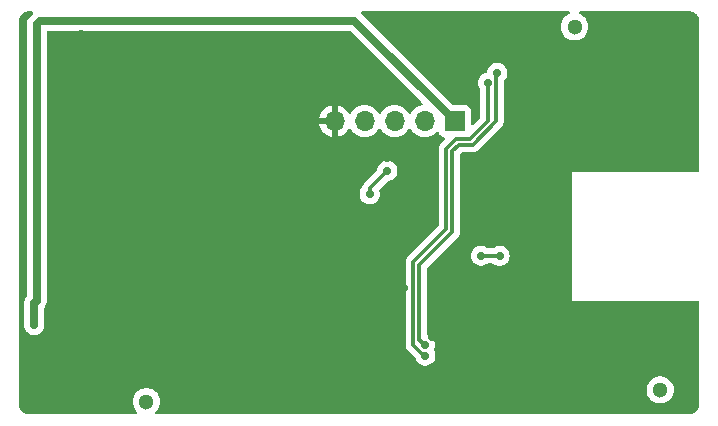
<source format=gbr>
%TF.GenerationSoftware,KiCad,Pcbnew,8.0.6*%
%TF.CreationDate,2024-11-26T20:51:27-05:00*%
%TF.ProjectId,pb_mobo_final,70625f6d-6f62-46f5-9f66-696e616c2e6b,rev?*%
%TF.SameCoordinates,Original*%
%TF.FileFunction,Copper,L2,Bot*%
%TF.FilePolarity,Positive*%
%FSLAX46Y46*%
G04 Gerber Fmt 4.6, Leading zero omitted, Abs format (unit mm)*
G04 Created by KiCad (PCBNEW 8.0.6) date 2024-11-26 20:51:27*
%MOMM*%
%LPD*%
G01*
G04 APERTURE LIST*
%TA.AperFunction,WasherPad*%
%ADD10C,1.300000*%
%TD*%
%TA.AperFunction,ComponentPad*%
%ADD11R,1.700000X1.700000*%
%TD*%
%TA.AperFunction,ComponentPad*%
%ADD12O,1.700000X1.700000*%
%TD*%
%TA.AperFunction,ViaPad*%
%ADD13C,0.700000*%
%TD*%
%TA.AperFunction,Conductor*%
%ADD14C,0.700000*%
%TD*%
%TA.AperFunction,Conductor*%
%ADD15C,0.300000*%
%TD*%
G04 APERTURE END LIST*
D10*
%TO.P,REF\u002A\u002A,*%
%TO.N,*%
X166000000Y-99250000D03*
%TD*%
%TO.P,REF\u002A\u002A,*%
%TO.N,*%
X202250000Y-67500000D03*
%TD*%
%TO.P,REF\u002A\u002A,*%
%TO.N,*%
X209500000Y-98250000D03*
%TD*%
D11*
%TO.P,J1,1,Pin_1*%
%TO.N,+3.3V*%
X192100000Y-75500000D03*
D12*
%TO.P,J1,2,Pin_2*%
%TO.N,Net-(J1-Pin_2)*%
X189560000Y-75500000D03*
%TO.P,J1,3,Pin_3*%
%TO.N,Net-(J1-Pin_3)*%
X187020000Y-75500000D03*
%TO.P,J1,4,Pin_4*%
%TO.N,SWO*%
X184480000Y-75500000D03*
%TO.P,J1,5,Pin_5*%
%TO.N,GND*%
X181940000Y-75500000D03*
%TD*%
D13*
%TO.N,GND*%
X201250000Y-96300000D03*
X208250000Y-73500000D03*
X191500000Y-72500000D03*
X184700000Y-88900000D03*
%TO.N,+3.3V*%
X186400000Y-79700000D03*
X184900000Y-81700000D03*
X156500000Y-92750000D03*
%TO.N,GND*%
X186375000Y-78600000D03*
%TO.N,RS_CLK*%
X195704987Y-71397507D03*
%TO.N,RS_DA*%
X194900000Y-72250000D03*
X189617351Y-95347508D03*
%TO.N,RS_CLK*%
X189554413Y-94449708D03*
%TO.N,GND*%
X190162719Y-93786407D03*
X157920000Y-77076000D03*
X209051070Y-68250003D03*
X209051070Y-75549997D03*
X160500000Y-68150006D03*
X160500000Y-75450000D03*
X177449997Y-95225000D03*
X170150003Y-95225000D03*
X177449997Y-84500000D03*
X170150003Y-84500000D03*
X161400000Y-70300000D03*
X166100000Y-88900000D03*
X166100000Y-88100000D03*
X172300000Y-81600000D03*
X192887616Y-78609845D03*
X172400000Y-92200000D03*
%TO.N,Net-(U1-PA6)*%
X194316311Y-86883969D03*
X195900000Y-86900000D03*
%TO.N,GND*%
X186985714Y-98785714D03*
X186900000Y-92600000D03*
X187000000Y-91700000D03*
X164700000Y-77600000D03*
X161000000Y-86700000D03*
X162000000Y-97200000D03*
X193200000Y-89100000D03*
X190800000Y-90900000D03*
X185300000Y-86000000D03*
X194880025Y-79880025D03*
X187817567Y-89598413D03*
X197800000Y-80900000D03*
X196300000Y-84900000D03*
X196800000Y-77700000D03*
X196500000Y-81900000D03*
X188000000Y-86250000D03*
X189900000Y-84300000D03*
X176874913Y-72838100D03*
X200800000Y-82000000D03*
X196800000Y-84100000D03*
X198300000Y-84000000D03*
X200800000Y-84300000D03*
X171593101Y-70563101D03*
X175450000Y-73993576D03*
X169993101Y-72463101D03*
%TD*%
D14*
%TO.N,+3.3V*%
X183600000Y-67000000D02*
X192100000Y-75500000D01*
X156700000Y-90700000D02*
X156700000Y-67300000D01*
X156500000Y-92750000D02*
X156500000Y-90900000D01*
X156500000Y-90900000D02*
X156700000Y-90700000D01*
X156700000Y-67300000D02*
X157000000Y-67000000D01*
X157000000Y-67000000D02*
X183600000Y-67000000D01*
D15*
%TO.N,RS_DA*%
X191400000Y-84600000D02*
X188600000Y-87400000D01*
X188600000Y-87400000D02*
X188600000Y-94485245D01*
X194900000Y-72250000D02*
X194900000Y-75500000D01*
X194900000Y-75500000D02*
X193414949Y-76985051D01*
X193414949Y-76985051D02*
X192235050Y-76985051D01*
X192235050Y-76985051D02*
X191400000Y-77820101D01*
X191400000Y-77820101D02*
X191400000Y-84600000D01*
X188600000Y-94485245D02*
X189462263Y-95347508D01*
X189462263Y-95347508D02*
X189617351Y-95347508D01*
%TO.N,RS_CLK*%
X191899999Y-80399999D02*
X191900000Y-84900000D01*
X195704987Y-71397507D02*
X195600000Y-71502494D01*
X193622056Y-77485051D02*
X192442156Y-77485051D01*
X191900000Y-84900000D02*
X189100000Y-87700000D01*
X195600000Y-71502494D02*
X195600000Y-75507107D01*
X195600000Y-75507107D02*
X193622056Y-77485051D01*
X192442156Y-77485051D02*
X191899999Y-78027208D01*
X191899999Y-78027208D02*
X191899999Y-80399999D01*
X189100000Y-87700000D02*
X189100000Y-93995295D01*
X189100000Y-93995295D02*
X189554413Y-94449708D01*
%TO.N,+3.3V*%
X184900000Y-81200000D02*
X186400000Y-79700000D01*
X184900000Y-81700000D02*
X184900000Y-81200000D01*
%TO.N,Net-(U1-PA6)*%
X194316311Y-86883969D02*
X195883969Y-86883969D01*
X195883969Y-86883969D02*
X195900000Y-86900000D01*
%TD*%
%TA.AperFunction,Conductor*%
%TO.N,GND*%
G36*
X156364388Y-66220185D02*
G01*
X156410143Y-66272989D01*
X156420087Y-66342147D01*
X156391062Y-66405703D01*
X156385030Y-66412181D01*
X156039375Y-66757834D01*
X156039372Y-66757838D01*
X155946297Y-66897133D01*
X155946296Y-66897136D01*
X155920209Y-66960117D01*
X155920209Y-66960118D01*
X155882184Y-67051917D01*
X155882182Y-67051925D01*
X155849500Y-67216228D01*
X155849500Y-90305066D01*
X155829815Y-90372105D01*
X155828602Y-90373957D01*
X155746299Y-90497130D01*
X155746292Y-90497143D01*
X155700962Y-90606583D01*
X155682185Y-90651913D01*
X155682182Y-90651925D01*
X155649500Y-90816228D01*
X155649500Y-92698924D01*
X155648821Y-92711885D01*
X155644815Y-92750000D01*
X155648821Y-92788114D01*
X155649500Y-92801075D01*
X155649500Y-92833770D01*
X155657126Y-92872114D01*
X155658828Y-92883336D01*
X155663502Y-92927797D01*
X155663503Y-92927804D01*
X155673366Y-92958160D01*
X155677051Y-92972281D01*
X155682183Y-92998079D01*
X155682184Y-92998084D01*
X155699586Y-93040095D01*
X155702955Y-93049226D01*
X155718750Y-93097836D01*
X155731508Y-93119933D01*
X155738682Y-93134479D01*
X155746296Y-93152862D01*
X155775110Y-93195984D01*
X155779389Y-93202865D01*
X155801074Y-93240425D01*
X155808142Y-93252667D01*
X155808143Y-93252668D01*
X155820928Y-93266867D01*
X155831878Y-93280945D01*
X155839372Y-93292160D01*
X155880554Y-93333342D01*
X155885024Y-93338052D01*
X155927770Y-93385526D01*
X155927772Y-93385528D01*
X155938039Y-93392987D01*
X155952837Y-93405626D01*
X155957834Y-93410623D01*
X155957842Y-93410629D01*
X156011556Y-93446520D01*
X156015551Y-93449304D01*
X156072405Y-93490611D01*
X156072406Y-93490611D01*
X156072407Y-93490612D01*
X156078136Y-93493162D01*
X156096606Y-93503348D01*
X156097137Y-93503703D01*
X156162729Y-93530872D01*
X156165696Y-93532147D01*
X156235724Y-93563326D01*
X156236962Y-93563728D01*
X156245940Y-93566520D01*
X156246085Y-93566046D01*
X156251912Y-93567814D01*
X156251914Y-93567814D01*
X156251918Y-93567816D01*
X156327928Y-93582934D01*
X156329393Y-93583236D01*
X156410609Y-93600500D01*
X156410610Y-93600500D01*
X156589389Y-93600500D01*
X156589391Y-93600500D01*
X156670663Y-93583224D01*
X156672068Y-93582935D01*
X156748082Y-93567816D01*
X156748087Y-93567813D01*
X156753913Y-93566046D01*
X156754057Y-93566521D01*
X156763088Y-93563711D01*
X156764251Y-93563332D01*
X156764267Y-93563329D01*
X156834329Y-93532134D01*
X156837212Y-93530895D01*
X156902863Y-93503703D01*
X156903390Y-93503350D01*
X156921865Y-93493162D01*
X156922684Y-93492796D01*
X156927593Y-93490612D01*
X156984505Y-93449261D01*
X156988388Y-93446555D01*
X157042162Y-93410626D01*
X157047164Y-93405622D01*
X157061960Y-93392987D01*
X157072230Y-93385526D01*
X157114994Y-93338030D01*
X157119428Y-93333358D01*
X157160626Y-93292162D01*
X157168120Y-93280945D01*
X157179071Y-93266866D01*
X157191859Y-93252665D01*
X157220610Y-93202863D01*
X157224887Y-93195987D01*
X157253700Y-93152867D01*
X157253703Y-93152863D01*
X157261320Y-93134469D01*
X157268491Y-93119933D01*
X157281250Y-93097835D01*
X157297047Y-93049213D01*
X157300404Y-93040115D01*
X157317816Y-92998082D01*
X157322948Y-92972278D01*
X157326630Y-92958168D01*
X157336497Y-92927803D01*
X157341171Y-92883322D01*
X157342875Y-92872098D01*
X157350500Y-92833767D01*
X157350500Y-92801075D01*
X157351179Y-92788114D01*
X157351236Y-92787569D01*
X157355185Y-92750000D01*
X157351179Y-92711885D01*
X157350500Y-92698924D01*
X157350500Y-91294933D01*
X157370185Y-91227894D01*
X157371398Y-91226042D01*
X157453704Y-91102863D01*
X157517816Y-90948081D01*
X157550500Y-90783766D01*
X157550500Y-90616233D01*
X157550500Y-81700000D01*
X184044815Y-81700000D01*
X184063503Y-81877805D01*
X184063504Y-81877807D01*
X184118747Y-82047829D01*
X184118750Y-82047835D01*
X184208141Y-82202665D01*
X184249812Y-82248946D01*
X184327764Y-82335521D01*
X184327767Y-82335523D01*
X184327770Y-82335526D01*
X184472407Y-82440612D01*
X184635733Y-82513329D01*
X184810609Y-82550500D01*
X184810610Y-82550500D01*
X184989389Y-82550500D01*
X184989391Y-82550500D01*
X185164267Y-82513329D01*
X185327593Y-82440612D01*
X185472230Y-82335526D01*
X185591859Y-82202665D01*
X185681250Y-82047835D01*
X185736497Y-81877803D01*
X185755185Y-81700000D01*
X185736497Y-81522197D01*
X185701426Y-81414262D01*
X185699432Y-81344426D01*
X185731675Y-81288269D01*
X186438092Y-80581853D01*
X186499413Y-80548370D01*
X186499477Y-80548356D01*
X186664267Y-80513329D01*
X186827593Y-80440612D01*
X186972230Y-80335526D01*
X187091859Y-80202665D01*
X187181250Y-80047835D01*
X187236497Y-79877803D01*
X187255185Y-79700000D01*
X187236497Y-79522197D01*
X187181250Y-79352165D01*
X187091859Y-79197335D01*
X187045003Y-79145296D01*
X186972235Y-79064478D01*
X186972232Y-79064476D01*
X186972231Y-79064475D01*
X186972230Y-79064474D01*
X186827593Y-78959388D01*
X186664267Y-78886671D01*
X186664265Y-78886670D01*
X186536594Y-78859533D01*
X186489391Y-78849500D01*
X186310609Y-78849500D01*
X186279954Y-78856015D01*
X186135733Y-78886670D01*
X186135728Y-78886672D01*
X185972408Y-78959387D01*
X185827768Y-79064475D01*
X185708140Y-79197336D01*
X185618750Y-79352164D01*
X185618747Y-79352170D01*
X185563504Y-79522192D01*
X185563503Y-79522194D01*
X185557011Y-79583963D01*
X185530425Y-79648577D01*
X185521371Y-79658681D01*
X184394727Y-80785325D01*
X184394721Y-80785332D01*
X184327012Y-80886668D01*
X184327012Y-80886670D01*
X184323533Y-80891875D01*
X184274499Y-81010255D01*
X184274497Y-81010260D01*
X184252201Y-81122348D01*
X184222736Y-81181125D01*
X184208140Y-81197336D01*
X184118750Y-81352164D01*
X184118747Y-81352170D01*
X184063504Y-81522192D01*
X184063503Y-81522194D01*
X184044815Y-81700000D01*
X157550500Y-81700000D01*
X157550500Y-67974500D01*
X157570185Y-67907461D01*
X157622989Y-67861706D01*
X157674500Y-67850500D01*
X183196349Y-67850500D01*
X183263388Y-67870185D01*
X183284030Y-67886819D01*
X189360078Y-73962867D01*
X189393563Y-74024190D01*
X189388579Y-74093882D01*
X189346707Y-74149815D01*
X189304490Y-74170323D01*
X189096344Y-74226094D01*
X189096335Y-74226098D01*
X188882171Y-74325964D01*
X188882169Y-74325965D01*
X188688597Y-74461505D01*
X188521505Y-74628597D01*
X188391575Y-74814158D01*
X188336998Y-74857783D01*
X188267500Y-74864977D01*
X188205145Y-74833454D01*
X188188425Y-74814158D01*
X188058494Y-74628597D01*
X187891402Y-74461506D01*
X187891395Y-74461501D01*
X187697834Y-74325967D01*
X187697830Y-74325965D01*
X187697828Y-74325964D01*
X187483663Y-74226097D01*
X187483659Y-74226096D01*
X187483655Y-74226094D01*
X187255413Y-74164938D01*
X187255403Y-74164936D01*
X187020001Y-74144341D01*
X187019999Y-74144341D01*
X186784596Y-74164936D01*
X186784586Y-74164938D01*
X186556344Y-74226094D01*
X186556335Y-74226098D01*
X186342171Y-74325964D01*
X186342169Y-74325965D01*
X186148597Y-74461505D01*
X185981505Y-74628597D01*
X185851575Y-74814158D01*
X185796998Y-74857783D01*
X185727500Y-74864977D01*
X185665145Y-74833454D01*
X185648425Y-74814158D01*
X185518494Y-74628597D01*
X185351402Y-74461506D01*
X185351395Y-74461501D01*
X185157834Y-74325967D01*
X185157830Y-74325965D01*
X185157828Y-74325964D01*
X184943663Y-74226097D01*
X184943659Y-74226096D01*
X184943655Y-74226094D01*
X184715413Y-74164938D01*
X184715403Y-74164936D01*
X184480001Y-74144341D01*
X184479999Y-74144341D01*
X184244596Y-74164936D01*
X184244586Y-74164938D01*
X184016344Y-74226094D01*
X184016335Y-74226098D01*
X183802171Y-74325964D01*
X183802169Y-74325965D01*
X183608597Y-74461505D01*
X183441508Y-74628594D01*
X183311269Y-74814595D01*
X183256692Y-74858219D01*
X183187193Y-74865412D01*
X183124839Y-74833890D01*
X183108119Y-74814594D01*
X182978113Y-74628926D01*
X182978108Y-74628920D01*
X182811082Y-74461894D01*
X182617578Y-74326399D01*
X182403492Y-74226570D01*
X182403486Y-74226567D01*
X182190000Y-74169364D01*
X182190000Y-75066988D01*
X182132993Y-75034075D01*
X182005826Y-75000000D01*
X181874174Y-75000000D01*
X181747007Y-75034075D01*
X181690000Y-75066988D01*
X181690000Y-74169364D01*
X181689999Y-74169364D01*
X181476513Y-74226567D01*
X181476507Y-74226570D01*
X181262422Y-74326399D01*
X181262420Y-74326400D01*
X181068926Y-74461886D01*
X181068920Y-74461891D01*
X180901891Y-74628920D01*
X180901886Y-74628926D01*
X180766400Y-74822420D01*
X180766399Y-74822422D01*
X180666570Y-75036507D01*
X180666567Y-75036513D01*
X180609364Y-75249999D01*
X180609364Y-75250000D01*
X181506988Y-75250000D01*
X181474075Y-75307007D01*
X181440000Y-75434174D01*
X181440000Y-75565826D01*
X181474075Y-75692993D01*
X181506988Y-75750000D01*
X180609364Y-75750000D01*
X180666567Y-75963486D01*
X180666570Y-75963492D01*
X180766399Y-76177578D01*
X180901894Y-76371082D01*
X181068917Y-76538105D01*
X181262421Y-76673600D01*
X181476507Y-76773429D01*
X181476516Y-76773433D01*
X181690000Y-76830634D01*
X181690000Y-75933012D01*
X181747007Y-75965925D01*
X181874174Y-76000000D01*
X182005826Y-76000000D01*
X182132993Y-75965925D01*
X182190000Y-75933012D01*
X182190000Y-76830633D01*
X182403483Y-76773433D01*
X182403492Y-76773429D01*
X182617578Y-76673600D01*
X182811082Y-76538105D01*
X182978105Y-76371082D01*
X183108119Y-76185405D01*
X183162696Y-76141781D01*
X183232195Y-76134588D01*
X183294549Y-76166110D01*
X183311269Y-76185405D01*
X183441505Y-76371401D01*
X183608599Y-76538495D01*
X183705384Y-76606265D01*
X183802165Y-76674032D01*
X183802167Y-76674033D01*
X183802170Y-76674035D01*
X184016337Y-76773903D01*
X184244592Y-76835063D01*
X184421034Y-76850500D01*
X184479999Y-76855659D01*
X184480000Y-76855659D01*
X184480001Y-76855659D01*
X184538966Y-76850500D01*
X184715408Y-76835063D01*
X184943663Y-76773903D01*
X185157830Y-76674035D01*
X185351401Y-76538495D01*
X185518495Y-76371401D01*
X185648425Y-76185842D01*
X185703002Y-76142217D01*
X185772500Y-76135023D01*
X185834855Y-76166546D01*
X185851575Y-76185842D01*
X185981281Y-76371082D01*
X185981505Y-76371401D01*
X186148599Y-76538495D01*
X186245384Y-76606265D01*
X186342165Y-76674032D01*
X186342167Y-76674033D01*
X186342170Y-76674035D01*
X186556337Y-76773903D01*
X186784592Y-76835063D01*
X186961034Y-76850500D01*
X187019999Y-76855659D01*
X187020000Y-76855659D01*
X187020001Y-76855659D01*
X187078966Y-76850500D01*
X187255408Y-76835063D01*
X187483663Y-76773903D01*
X187697830Y-76674035D01*
X187891401Y-76538495D01*
X188058495Y-76371401D01*
X188188425Y-76185842D01*
X188243002Y-76142217D01*
X188312500Y-76135023D01*
X188374855Y-76166546D01*
X188391575Y-76185842D01*
X188521281Y-76371082D01*
X188521505Y-76371401D01*
X188688599Y-76538495D01*
X188785384Y-76606265D01*
X188882165Y-76674032D01*
X188882167Y-76674033D01*
X188882170Y-76674035D01*
X189096337Y-76773903D01*
X189324592Y-76835063D01*
X189501034Y-76850500D01*
X189559999Y-76855659D01*
X189560000Y-76855659D01*
X189560001Y-76855659D01*
X189618966Y-76850500D01*
X189795408Y-76835063D01*
X190023663Y-76773903D01*
X190237830Y-76674035D01*
X190431401Y-76538495D01*
X190553329Y-76416566D01*
X190614648Y-76383084D01*
X190684340Y-76388068D01*
X190740274Y-76429939D01*
X190757189Y-76460917D01*
X190806202Y-76592328D01*
X190806206Y-76592335D01*
X190892452Y-76707544D01*
X190892455Y-76707547D01*
X191007664Y-76793793D01*
X191007671Y-76793797D01*
X191142513Y-76844090D01*
X191142514Y-76844090D01*
X191142517Y-76844091D01*
X191167935Y-76846823D01*
X191232483Y-76873558D01*
X191272332Y-76930950D01*
X191274828Y-77000775D01*
X191242360Y-77057793D01*
X190894722Y-77405432D01*
X190894720Y-77405434D01*
X190873081Y-77437821D01*
X190864448Y-77450743D01*
X190848060Y-77475269D01*
X190823534Y-77511974D01*
X190774499Y-77630356D01*
X190774497Y-77630362D01*
X190749500Y-77756029D01*
X190749500Y-84279191D01*
X190729815Y-84346230D01*
X190713181Y-84366872D01*
X188094727Y-86985325D01*
X188094726Y-86985326D01*
X188046959Y-87056817D01*
X188046957Y-87056819D01*
X188023539Y-87091864D01*
X188023533Y-87091875D01*
X187974499Y-87210255D01*
X187974497Y-87210261D01*
X187949500Y-87335928D01*
X187949500Y-94549316D01*
X187963719Y-94620796D01*
X187963719Y-94620797D01*
X187965055Y-94627515D01*
X187974499Y-94674989D01*
X188023535Y-94793372D01*
X188094723Y-94899914D01*
X188094726Y-94899918D01*
X188094727Y-94899919D01*
X188789034Y-95594225D01*
X188819284Y-95643587D01*
X188836099Y-95695339D01*
X188836101Y-95695343D01*
X188925492Y-95850173D01*
X188967163Y-95896454D01*
X189045115Y-95983029D01*
X189045118Y-95983031D01*
X189045121Y-95983034D01*
X189189758Y-96088120D01*
X189353084Y-96160837D01*
X189527960Y-96198008D01*
X189527961Y-96198008D01*
X189706740Y-96198008D01*
X189706742Y-96198008D01*
X189881618Y-96160837D01*
X190044944Y-96088120D01*
X190189581Y-95983034D01*
X190309210Y-95850173D01*
X190398601Y-95695343D01*
X190453848Y-95525311D01*
X190472536Y-95347508D01*
X190453848Y-95169705D01*
X190398601Y-94999673D01*
X190398598Y-94999667D01*
X190343846Y-94904833D01*
X190327373Y-94836933D01*
X190335154Y-94804211D01*
X190333655Y-94803724D01*
X190375486Y-94674981D01*
X190390910Y-94627511D01*
X190409598Y-94449708D01*
X190390910Y-94271905D01*
X190335663Y-94101873D01*
X190246272Y-93947043D01*
X190199416Y-93895004D01*
X190126648Y-93814186D01*
X190126645Y-93814184D01*
X190126644Y-93814183D01*
X190126643Y-93814182D01*
X189982006Y-93709096D01*
X189982005Y-93709095D01*
X189824064Y-93638775D01*
X189770827Y-93593525D01*
X189750506Y-93526676D01*
X189750500Y-93525496D01*
X189750500Y-88020808D01*
X189770185Y-87953769D01*
X189786819Y-87933127D01*
X190835977Y-86883969D01*
X193461126Y-86883969D01*
X193479814Y-87061774D01*
X193479815Y-87061776D01*
X193535058Y-87231798D01*
X193535061Y-87231804D01*
X193624452Y-87386634D01*
X193666123Y-87432915D01*
X193744075Y-87519490D01*
X193744078Y-87519492D01*
X193744081Y-87519495D01*
X193888718Y-87624581D01*
X194052044Y-87697298D01*
X194226920Y-87734469D01*
X194226921Y-87734469D01*
X194405700Y-87734469D01*
X194405702Y-87734469D01*
X194580578Y-87697298D01*
X194743904Y-87624581D01*
X194835336Y-87558151D01*
X194901142Y-87534671D01*
X194908222Y-87534469D01*
X195286024Y-87534469D01*
X195353063Y-87554154D01*
X195358910Y-87558151D01*
X195472407Y-87640612D01*
X195635733Y-87713329D01*
X195810609Y-87750500D01*
X195810610Y-87750500D01*
X195989389Y-87750500D01*
X195989391Y-87750500D01*
X196164267Y-87713329D01*
X196327593Y-87640612D01*
X196472230Y-87535526D01*
X196486665Y-87519495D01*
X196498148Y-87506741D01*
X196591859Y-87402665D01*
X196681250Y-87247835D01*
X196736497Y-87077803D01*
X196755185Y-86900000D01*
X196736497Y-86722197D01*
X196681250Y-86552165D01*
X196591859Y-86397335D01*
X196545003Y-86345296D01*
X196472235Y-86264478D01*
X196472232Y-86264476D01*
X196472231Y-86264475D01*
X196472230Y-86264474D01*
X196327593Y-86159388D01*
X196164267Y-86086671D01*
X196164265Y-86086670D01*
X196036594Y-86059533D01*
X195989391Y-86049500D01*
X195810609Y-86049500D01*
X195779954Y-86056015D01*
X195635733Y-86086670D01*
X195635728Y-86086672D01*
X195472408Y-86159388D01*
X195472403Y-86159390D01*
X195403039Y-86209787D01*
X195337233Y-86233267D01*
X195330154Y-86233469D01*
X194908222Y-86233469D01*
X194841183Y-86213784D01*
X194835336Y-86209787D01*
X194765970Y-86159389D01*
X194743904Y-86143357D01*
X194580578Y-86070640D01*
X194580576Y-86070639D01*
X194452905Y-86043502D01*
X194405702Y-86033469D01*
X194226920Y-86033469D01*
X194196265Y-86039984D01*
X194052044Y-86070639D01*
X194052039Y-86070641D01*
X193888719Y-86143356D01*
X193744079Y-86248444D01*
X193624451Y-86381305D01*
X193535061Y-86536133D01*
X193535058Y-86536139D01*
X193479815Y-86706161D01*
X193479814Y-86706163D01*
X193461126Y-86883969D01*
X190835977Y-86883969D01*
X192405273Y-85314673D01*
X192405277Y-85314669D01*
X192476465Y-85208127D01*
X192525501Y-85089744D01*
X192550500Y-84964069D01*
X192550499Y-80335930D01*
X192550499Y-78348016D01*
X192570184Y-78280977D01*
X192586818Y-78260335D01*
X192675283Y-78171870D01*
X192736606Y-78138385D01*
X192762964Y-78135551D01*
X193686127Y-78135551D01*
X193770671Y-78118733D01*
X193811800Y-78110552D01*
X193930183Y-78061516D01*
X194036725Y-77990328D01*
X196105276Y-75921776D01*
X196176465Y-75815234D01*
X196225501Y-75696851D01*
X196226915Y-75689744D01*
X196250500Y-75571176D01*
X196250500Y-72110304D01*
X196270185Y-72043265D01*
X196282350Y-72027332D01*
X196396846Y-71900172D01*
X196486237Y-71745342D01*
X196541484Y-71575310D01*
X196560172Y-71397507D01*
X196541484Y-71219704D01*
X196486237Y-71049672D01*
X196396846Y-70894842D01*
X196349990Y-70842803D01*
X196277222Y-70761985D01*
X196277219Y-70761983D01*
X196277218Y-70761982D01*
X196277217Y-70761981D01*
X196132580Y-70656895D01*
X195969254Y-70584178D01*
X195969252Y-70584177D01*
X195841581Y-70557040D01*
X195794378Y-70547007D01*
X195615596Y-70547007D01*
X195584941Y-70553522D01*
X195440720Y-70584177D01*
X195440715Y-70584179D01*
X195277395Y-70656894D01*
X195132755Y-70761982D01*
X195013127Y-70894843D01*
X194923737Y-71049671D01*
X194923734Y-71049677D01*
X194868491Y-71219699D01*
X194868490Y-71219701D01*
X194868490Y-71219704D01*
X194859900Y-71301428D01*
X194833316Y-71366041D01*
X194776019Y-71406026D01*
X194762361Y-71409755D01*
X194635733Y-71436670D01*
X194635728Y-71436672D01*
X194472408Y-71509387D01*
X194327768Y-71614475D01*
X194208140Y-71747336D01*
X194118750Y-71902164D01*
X194118747Y-71902170D01*
X194063504Y-72072192D01*
X194063503Y-72072194D01*
X194044815Y-72250000D01*
X194063503Y-72427805D01*
X194063504Y-72427807D01*
X194118747Y-72597829D01*
X194118750Y-72597835D01*
X194208141Y-72752665D01*
X194217648Y-72763223D01*
X194247879Y-72826213D01*
X194249500Y-72846197D01*
X194249500Y-75179191D01*
X194229815Y-75246230D01*
X194213181Y-75266872D01*
X193662180Y-75817873D01*
X193600857Y-75851358D01*
X193531165Y-75846374D01*
X193475232Y-75804502D01*
X193450815Y-75739038D01*
X193450499Y-75730192D01*
X193450499Y-74602129D01*
X193450498Y-74602123D01*
X193444091Y-74542516D01*
X193393797Y-74407671D01*
X193393793Y-74407664D01*
X193307547Y-74292455D01*
X193307544Y-74292452D01*
X193192335Y-74206206D01*
X193192328Y-74206202D01*
X193057482Y-74155908D01*
X193057483Y-74155908D01*
X192997883Y-74149501D01*
X192997881Y-74149500D01*
X192997873Y-74149500D01*
X192997865Y-74149500D01*
X192003650Y-74149500D01*
X191936611Y-74129815D01*
X191915969Y-74113181D01*
X184214971Y-66412181D01*
X184181486Y-66350858D01*
X184186470Y-66281166D01*
X184228342Y-66225233D01*
X184293806Y-66200816D01*
X184302652Y-66200500D01*
X201756205Y-66200500D01*
X201823244Y-66220185D01*
X201868999Y-66272989D01*
X201878943Y-66342147D01*
X201849918Y-66405703D01*
X201800999Y-66440126D01*
X201790722Y-66444108D01*
X201734982Y-66465701D01*
X201734980Y-66465702D01*
X201553699Y-66577947D01*
X201396127Y-66721593D01*
X201267632Y-66891746D01*
X201172596Y-67082605D01*
X201172596Y-67082607D01*
X201114244Y-67287689D01*
X201094571Y-67499999D01*
X201094571Y-67500000D01*
X201114244Y-67712310D01*
X201172596Y-67917392D01*
X201172596Y-67917394D01*
X201267632Y-68108253D01*
X201267634Y-68108255D01*
X201396128Y-68278407D01*
X201553698Y-68422052D01*
X201734981Y-68534298D01*
X201933802Y-68611321D01*
X202143390Y-68650500D01*
X202143392Y-68650500D01*
X202356608Y-68650500D01*
X202356610Y-68650500D01*
X202566198Y-68611321D01*
X202765019Y-68534298D01*
X202946302Y-68422052D01*
X203103872Y-68278407D01*
X203232366Y-68108255D01*
X203232367Y-68108253D01*
X203327403Y-67917394D01*
X203327403Y-67917393D01*
X203327405Y-67917389D01*
X203385756Y-67712310D01*
X203405429Y-67500000D01*
X203385756Y-67287690D01*
X203327405Y-67082611D01*
X203327403Y-67082606D01*
X203327403Y-67082605D01*
X203232367Y-66891746D01*
X203103872Y-66721593D01*
X203061835Y-66683271D01*
X202946302Y-66577948D01*
X202765019Y-66465702D01*
X202765017Y-66465701D01*
X202736070Y-66454487D01*
X202699000Y-66440126D01*
X202643600Y-66397554D01*
X202620009Y-66331787D01*
X202635720Y-66263707D01*
X202685744Y-66214928D01*
X202743795Y-66200500D01*
X211960118Y-66200500D01*
X211993908Y-66200500D01*
X212006061Y-66201097D01*
X212016051Y-66202080D01*
X212143824Y-66214665D01*
X212167652Y-66219404D01*
X212294277Y-66257815D01*
X212316725Y-66267114D01*
X212433406Y-66329482D01*
X212453616Y-66342986D01*
X212509294Y-66388679D01*
X212555891Y-66426920D01*
X212573079Y-66444108D01*
X212657012Y-66546381D01*
X212670517Y-66566593D01*
X212732883Y-66683271D01*
X212742186Y-66705728D01*
X212757993Y-66757838D01*
X212780593Y-66832338D01*
X212785335Y-66856180D01*
X212798903Y-66993938D01*
X212799500Y-67006092D01*
X212799500Y-79688500D01*
X212779815Y-79755539D01*
X212727011Y-79801294D01*
X212675500Y-79812500D01*
X202012500Y-79812500D01*
X202012500Y-90712500D01*
X212675500Y-90712500D01*
X212742539Y-90732185D01*
X212788294Y-90784989D01*
X212799500Y-90836500D01*
X212799500Y-99493907D01*
X212798903Y-99506061D01*
X212785335Y-99643819D01*
X212780593Y-99667661D01*
X212742186Y-99794271D01*
X212732883Y-99816728D01*
X212670517Y-99933406D01*
X212657012Y-99953618D01*
X212573079Y-100055891D01*
X212555891Y-100073079D01*
X212453618Y-100157012D01*
X212433406Y-100170517D01*
X212316728Y-100232883D01*
X212294271Y-100242186D01*
X212167661Y-100280593D01*
X212143819Y-100285335D01*
X212028242Y-100296718D01*
X212008692Y-100298644D01*
X212006062Y-100298903D01*
X211993908Y-100299500D01*
X166876579Y-100299500D01*
X166809540Y-100279815D01*
X166763785Y-100227011D01*
X166753841Y-100157853D01*
X166782866Y-100094297D01*
X166793040Y-100083863D01*
X166813367Y-100065332D01*
X166853872Y-100028407D01*
X166982366Y-99858255D01*
X167077405Y-99667389D01*
X167135756Y-99462310D01*
X167155429Y-99250000D01*
X167135756Y-99037690D01*
X167077405Y-98832611D01*
X167077403Y-98832606D01*
X167077403Y-98832605D01*
X166982367Y-98641746D01*
X166853872Y-98471593D01*
X166843689Y-98462310D01*
X166696302Y-98327948D01*
X166570410Y-98249999D01*
X208344571Y-98249999D01*
X208344571Y-98250000D01*
X208364244Y-98462310D01*
X208422596Y-98667392D01*
X208422596Y-98667394D01*
X208517632Y-98858253D01*
X208517634Y-98858255D01*
X208646128Y-99028407D01*
X208803698Y-99172052D01*
X208984981Y-99284298D01*
X209183802Y-99361321D01*
X209393390Y-99400500D01*
X209393392Y-99400500D01*
X209606608Y-99400500D01*
X209606610Y-99400500D01*
X209816198Y-99361321D01*
X210015019Y-99284298D01*
X210196302Y-99172052D01*
X210353872Y-99028407D01*
X210482366Y-98858255D01*
X210577405Y-98667389D01*
X210635756Y-98462310D01*
X210655429Y-98250000D01*
X210635756Y-98037690D01*
X210577405Y-97832611D01*
X210577403Y-97832606D01*
X210577403Y-97832605D01*
X210482367Y-97641746D01*
X210353872Y-97471593D01*
X210196302Y-97327948D01*
X210015019Y-97215702D01*
X210015017Y-97215701D01*
X209915608Y-97177190D01*
X209816198Y-97138679D01*
X209606610Y-97099500D01*
X209393390Y-97099500D01*
X209183802Y-97138679D01*
X209183799Y-97138679D01*
X209183799Y-97138680D01*
X208984982Y-97215701D01*
X208984980Y-97215702D01*
X208803699Y-97327947D01*
X208646127Y-97471593D01*
X208517632Y-97641746D01*
X208422596Y-97832605D01*
X208422596Y-97832607D01*
X208364244Y-98037689D01*
X208344571Y-98249999D01*
X166570410Y-98249999D01*
X166515019Y-98215702D01*
X166515017Y-98215701D01*
X166415608Y-98177190D01*
X166316198Y-98138679D01*
X166106610Y-98099500D01*
X165893390Y-98099500D01*
X165683802Y-98138679D01*
X165683799Y-98138679D01*
X165683799Y-98138680D01*
X165484982Y-98215701D01*
X165484980Y-98215702D01*
X165303699Y-98327947D01*
X165146127Y-98471593D01*
X165017632Y-98641746D01*
X164922596Y-98832605D01*
X164922596Y-98832607D01*
X164866886Y-99028406D01*
X164864244Y-99037690D01*
X164844571Y-99250000D01*
X164864244Y-99462310D01*
X164919347Y-99655975D01*
X164922596Y-99667392D01*
X164922596Y-99667394D01*
X165017632Y-99858253D01*
X165146127Y-100028406D01*
X165206960Y-100083863D01*
X165243241Y-100143575D01*
X165241480Y-100213422D01*
X165202236Y-100271230D01*
X165137969Y-100298644D01*
X165123421Y-100299500D01*
X156006092Y-100299500D01*
X155993938Y-100298903D01*
X155991308Y-100298644D01*
X155960549Y-100295614D01*
X155856180Y-100285335D01*
X155832340Y-100280593D01*
X155705728Y-100242186D01*
X155683271Y-100232883D01*
X155566593Y-100170517D01*
X155546381Y-100157012D01*
X155444108Y-100073079D01*
X155426920Y-100055891D01*
X155404364Y-100028406D01*
X155342986Y-99953616D01*
X155329482Y-99933406D01*
X155267116Y-99816728D01*
X155257815Y-99794277D01*
X155219404Y-99667652D01*
X155214665Y-99643824D01*
X155201097Y-99506060D01*
X155200500Y-99493907D01*
X155200500Y-67006092D01*
X155201097Y-66993939D01*
X155209805Y-66905519D01*
X155214665Y-66856173D01*
X155219403Y-66832349D01*
X155257816Y-66705719D01*
X155267113Y-66683278D01*
X155329485Y-66566587D01*
X155342982Y-66546387D01*
X155426924Y-66444103D01*
X155444103Y-66426924D01*
X155546387Y-66342982D01*
X155566587Y-66329485D01*
X155683278Y-66267113D01*
X155705719Y-66257816D01*
X155832349Y-66219403D01*
X155856173Y-66214665D01*
X155985170Y-66201960D01*
X155993939Y-66201097D01*
X156006092Y-66200500D01*
X156039882Y-66200500D01*
X156297349Y-66200500D01*
X156364388Y-66220185D01*
G37*
%TD.AperFunction*%
%TD*%
M02*

</source>
